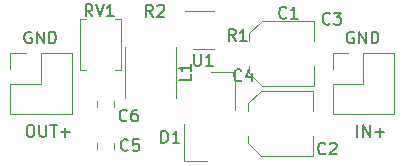
<source format=gbr>
G04 #@! TF.GenerationSoftware,KiCad,Pcbnew,(5.1.2)-2*
G04 #@! TF.CreationDate,2020-05-22T00:57:25-04:00*
G04 #@! TF.ProjectId,SWSupply,53575375-7070-46c7-992e-6b696361645f,rev?*
G04 #@! TF.SameCoordinates,Original*
G04 #@! TF.FileFunction,Legend,Top*
G04 #@! TF.FilePolarity,Positive*
%FSLAX46Y46*%
G04 Gerber Fmt 4.6, Leading zero omitted, Abs format (unit mm)*
G04 Created by KiCad (PCBNEW (5.1.2)-2) date 2020-05-22 00:57:25*
%MOMM*%
%LPD*%
G04 APERTURE LIST*
%ADD10C,0.150000*%
%ADD11C,0.120000*%
G04 APERTURE END LIST*
D10*
X180657142Y-121352380D02*
X180657142Y-120352380D01*
X181133333Y-121352380D02*
X181133333Y-120352380D01*
X181704761Y-121352380D01*
X181704761Y-120352380D01*
X182180952Y-120971428D02*
X182942857Y-120971428D01*
X182561904Y-121352380D02*
X182561904Y-120590476D01*
X180338095Y-112500000D02*
X180242857Y-112452380D01*
X180100000Y-112452380D01*
X179957142Y-112500000D01*
X179861904Y-112595238D01*
X179814285Y-112690476D01*
X179766666Y-112880952D01*
X179766666Y-113023809D01*
X179814285Y-113214285D01*
X179861904Y-113309523D01*
X179957142Y-113404761D01*
X180100000Y-113452380D01*
X180195238Y-113452380D01*
X180338095Y-113404761D01*
X180385714Y-113357142D01*
X180385714Y-113023809D01*
X180195238Y-113023809D01*
X180814285Y-113452380D02*
X180814285Y-112452380D01*
X181385714Y-113452380D01*
X181385714Y-112452380D01*
X181861904Y-113452380D02*
X181861904Y-112452380D01*
X182100000Y-112452380D01*
X182242857Y-112500000D01*
X182338095Y-112595238D01*
X182385714Y-112690476D01*
X182433333Y-112880952D01*
X182433333Y-113023809D01*
X182385714Y-113214285D01*
X182338095Y-113309523D01*
X182242857Y-113404761D01*
X182100000Y-113452380D01*
X181861904Y-113452380D01*
X153038095Y-112500000D02*
X152942857Y-112452380D01*
X152800000Y-112452380D01*
X152657142Y-112500000D01*
X152561904Y-112595238D01*
X152514285Y-112690476D01*
X152466666Y-112880952D01*
X152466666Y-113023809D01*
X152514285Y-113214285D01*
X152561904Y-113309523D01*
X152657142Y-113404761D01*
X152800000Y-113452380D01*
X152895238Y-113452380D01*
X153038095Y-113404761D01*
X153085714Y-113357142D01*
X153085714Y-113023809D01*
X152895238Y-113023809D01*
X153514285Y-113452380D02*
X153514285Y-112452380D01*
X154085714Y-113452380D01*
X154085714Y-112452380D01*
X154561904Y-113452380D02*
X154561904Y-112452380D01*
X154800000Y-112452380D01*
X154942857Y-112500000D01*
X155038095Y-112595238D01*
X155085714Y-112690476D01*
X155133333Y-112880952D01*
X155133333Y-113023809D01*
X155085714Y-113214285D01*
X155038095Y-113309523D01*
X154942857Y-113404761D01*
X154800000Y-113452380D01*
X154561904Y-113452380D01*
X152880952Y-120352380D02*
X153071428Y-120352380D01*
X153166666Y-120400000D01*
X153261904Y-120495238D01*
X153309523Y-120685714D01*
X153309523Y-121019047D01*
X153261904Y-121209523D01*
X153166666Y-121304761D01*
X153071428Y-121352380D01*
X152880952Y-121352380D01*
X152785714Y-121304761D01*
X152690476Y-121209523D01*
X152642857Y-121019047D01*
X152642857Y-120685714D01*
X152690476Y-120495238D01*
X152785714Y-120400000D01*
X152880952Y-120352380D01*
X153738095Y-120352380D02*
X153738095Y-121161904D01*
X153785714Y-121257142D01*
X153833333Y-121304761D01*
X153928571Y-121352380D01*
X154119047Y-121352380D01*
X154214285Y-121304761D01*
X154261904Y-121257142D01*
X154309523Y-121161904D01*
X154309523Y-120352380D01*
X154642857Y-120352380D02*
X155214285Y-120352380D01*
X154928571Y-121352380D02*
X154928571Y-120352380D01*
X155547619Y-120971428D02*
X156309523Y-120971428D01*
X155928571Y-121352380D02*
X155928571Y-120590476D01*
D11*
X165254000Y-113746000D02*
X165254000Y-118054000D01*
X160946000Y-118054000D02*
X160946000Y-113746000D01*
X157200000Y-111400000D02*
X157675000Y-111400000D01*
X160125000Y-111400000D02*
X160600000Y-111400000D01*
X160125000Y-115675000D02*
X160600000Y-115675000D01*
X157200000Y-115675000D02*
X157660000Y-115675000D01*
X160600000Y-115675000D02*
X160600000Y-111400000D01*
X157200000Y-115675000D02*
X157200000Y-111400000D01*
X165950000Y-120235000D02*
X165950000Y-123435000D01*
X167950000Y-123435000D02*
X165950000Y-123435000D01*
X168250000Y-115865000D02*
X170250000Y-115865000D01*
X170250000Y-119065000D02*
X170250000Y-115865000D01*
X168500000Y-110690000D02*
X166050000Y-110690000D01*
X166700000Y-113910000D02*
X168500000Y-113910000D01*
X151270000Y-114250000D02*
X152600000Y-114250000D01*
X151270000Y-115580000D02*
X151270000Y-114250000D01*
X153870000Y-114250000D02*
X156470000Y-114250000D01*
X153870000Y-116850000D02*
X153870000Y-114250000D01*
X151270000Y-116850000D02*
X153870000Y-116850000D01*
X156470000Y-114250000D02*
X156470000Y-119450000D01*
X151270000Y-116850000D02*
X151270000Y-119450000D01*
X151270000Y-119450000D02*
X156470000Y-119450000D01*
X178570000Y-114250000D02*
X179900000Y-114250000D01*
X178570000Y-115580000D02*
X178570000Y-114250000D01*
X181170000Y-114250000D02*
X183770000Y-114250000D01*
X181170000Y-116850000D02*
X181170000Y-114250000D01*
X178570000Y-116850000D02*
X181170000Y-116850000D01*
X183770000Y-114250000D02*
X183770000Y-119450000D01*
X178570000Y-116850000D02*
X178570000Y-119450000D01*
X178570000Y-119450000D02*
X183770000Y-119450000D01*
X160010000Y-118858578D02*
X160010000Y-118341422D01*
X158590000Y-118858578D02*
X158590000Y-118341422D01*
X158590000Y-121841422D02*
X158590000Y-122358578D01*
X160010000Y-121841422D02*
X160010000Y-122358578D01*
X171415001Y-121920564D02*
X172479438Y-122985001D01*
X171415001Y-118529438D02*
X172479438Y-117465001D01*
X171415001Y-118529438D02*
X171415001Y-119165001D01*
X171415001Y-121920564D02*
X171415001Y-121285001D01*
X172479438Y-122985001D02*
X176935001Y-122985001D01*
X172479438Y-117465001D02*
X176935001Y-117465001D01*
X176935001Y-117465001D02*
X176935001Y-119165001D01*
X176935001Y-122985001D02*
X176935001Y-121285001D01*
X171490000Y-115995563D02*
X172554437Y-117060000D01*
X171490000Y-112604437D02*
X172554437Y-111540000D01*
X171490000Y-112604437D02*
X171490000Y-113240000D01*
X171490000Y-115995563D02*
X171490000Y-115360000D01*
X172554437Y-117060000D02*
X177010000Y-117060000D01*
X172554437Y-111540000D02*
X177010000Y-111540000D01*
X177010000Y-111540000D02*
X177010000Y-113240000D01*
X177010000Y-117060000D02*
X177010000Y-115360000D01*
D10*
X166552380Y-116066666D02*
X166552380Y-116542857D01*
X165552380Y-116542857D01*
X166552380Y-115209523D02*
X166552380Y-115780952D01*
X166552380Y-115495238D02*
X165552380Y-115495238D01*
X165695238Y-115590476D01*
X165790476Y-115685714D01*
X165838095Y-115780952D01*
X158204761Y-111152380D02*
X157871428Y-110676190D01*
X157633333Y-111152380D02*
X157633333Y-110152380D01*
X158014285Y-110152380D01*
X158109523Y-110200000D01*
X158157142Y-110247619D01*
X158204761Y-110342857D01*
X158204761Y-110485714D01*
X158157142Y-110580952D01*
X158109523Y-110628571D01*
X158014285Y-110676190D01*
X157633333Y-110676190D01*
X158490476Y-110152380D02*
X158823809Y-111152380D01*
X159157142Y-110152380D01*
X160014285Y-111152380D02*
X159442857Y-111152380D01*
X159728571Y-111152380D02*
X159728571Y-110152380D01*
X159633333Y-110295238D01*
X159538095Y-110390476D01*
X159442857Y-110438095D01*
X164061904Y-121852380D02*
X164061904Y-120852380D01*
X164300000Y-120852380D01*
X164442857Y-120900000D01*
X164538095Y-120995238D01*
X164585714Y-121090476D01*
X164633333Y-121280952D01*
X164633333Y-121423809D01*
X164585714Y-121614285D01*
X164538095Y-121709523D01*
X164442857Y-121804761D01*
X164300000Y-121852380D01*
X164061904Y-121852380D01*
X165585714Y-121852380D02*
X165014285Y-121852380D01*
X165300000Y-121852380D02*
X165300000Y-120852380D01*
X165204761Y-120995238D01*
X165109523Y-121090476D01*
X165014285Y-121138095D01*
X166838095Y-114352380D02*
X166838095Y-115161904D01*
X166885714Y-115257142D01*
X166933333Y-115304761D01*
X167028571Y-115352380D01*
X167219047Y-115352380D01*
X167314285Y-115304761D01*
X167361904Y-115257142D01*
X167409523Y-115161904D01*
X167409523Y-114352380D01*
X168409523Y-115352380D02*
X167838095Y-115352380D01*
X168123809Y-115352380D02*
X168123809Y-114352380D01*
X168028571Y-114495238D01*
X167933333Y-114590476D01*
X167838095Y-114638095D01*
X163333333Y-111182380D02*
X163000000Y-110706190D01*
X162761904Y-111182380D02*
X162761904Y-110182380D01*
X163142857Y-110182380D01*
X163238095Y-110230000D01*
X163285714Y-110277619D01*
X163333333Y-110372857D01*
X163333333Y-110515714D01*
X163285714Y-110610952D01*
X163238095Y-110658571D01*
X163142857Y-110706190D01*
X162761904Y-110706190D01*
X163714285Y-110277619D02*
X163761904Y-110230000D01*
X163857142Y-110182380D01*
X164095238Y-110182380D01*
X164190476Y-110230000D01*
X164238095Y-110277619D01*
X164285714Y-110372857D01*
X164285714Y-110468095D01*
X164238095Y-110610952D01*
X163666666Y-111182380D01*
X164285714Y-111182380D01*
X170333333Y-113252380D02*
X170000000Y-112776190D01*
X169761904Y-113252380D02*
X169761904Y-112252380D01*
X170142857Y-112252380D01*
X170238095Y-112300000D01*
X170285714Y-112347619D01*
X170333333Y-112442857D01*
X170333333Y-112585714D01*
X170285714Y-112680952D01*
X170238095Y-112728571D01*
X170142857Y-112776190D01*
X169761904Y-112776190D01*
X171285714Y-113252380D02*
X170714285Y-113252380D01*
X171000000Y-113252380D02*
X171000000Y-112252380D01*
X170904761Y-112395238D01*
X170809523Y-112490476D01*
X170714285Y-112538095D01*
X161133333Y-119957142D02*
X161085714Y-120004761D01*
X160942857Y-120052380D01*
X160847619Y-120052380D01*
X160704761Y-120004761D01*
X160609523Y-119909523D01*
X160561904Y-119814285D01*
X160514285Y-119623809D01*
X160514285Y-119480952D01*
X160561904Y-119290476D01*
X160609523Y-119195238D01*
X160704761Y-119100000D01*
X160847619Y-119052380D01*
X160942857Y-119052380D01*
X161085714Y-119100000D01*
X161133333Y-119147619D01*
X161990476Y-119052380D02*
X161800000Y-119052380D01*
X161704761Y-119100000D01*
X161657142Y-119147619D01*
X161561904Y-119290476D01*
X161514285Y-119480952D01*
X161514285Y-119861904D01*
X161561904Y-119957142D01*
X161609523Y-120004761D01*
X161704761Y-120052380D01*
X161895238Y-120052380D01*
X161990476Y-120004761D01*
X162038095Y-119957142D01*
X162085714Y-119861904D01*
X162085714Y-119623809D01*
X162038095Y-119528571D01*
X161990476Y-119480952D01*
X161895238Y-119433333D01*
X161704761Y-119433333D01*
X161609523Y-119480952D01*
X161561904Y-119528571D01*
X161514285Y-119623809D01*
X161233333Y-122457142D02*
X161185714Y-122504761D01*
X161042857Y-122552380D01*
X160947619Y-122552380D01*
X160804761Y-122504761D01*
X160709523Y-122409523D01*
X160661904Y-122314285D01*
X160614285Y-122123809D01*
X160614285Y-121980952D01*
X160661904Y-121790476D01*
X160709523Y-121695238D01*
X160804761Y-121600000D01*
X160947619Y-121552380D01*
X161042857Y-121552380D01*
X161185714Y-121600000D01*
X161233333Y-121647619D01*
X162138095Y-121552380D02*
X161661904Y-121552380D01*
X161614285Y-122028571D01*
X161661904Y-121980952D01*
X161757142Y-121933333D01*
X161995238Y-121933333D01*
X162090476Y-121980952D01*
X162138095Y-122028571D01*
X162185714Y-122123809D01*
X162185714Y-122361904D01*
X162138095Y-122457142D01*
X162090476Y-122504761D01*
X161995238Y-122552380D01*
X161757142Y-122552380D01*
X161661904Y-122504761D01*
X161614285Y-122457142D01*
X170833333Y-116557142D02*
X170785714Y-116604761D01*
X170642857Y-116652380D01*
X170547619Y-116652380D01*
X170404761Y-116604761D01*
X170309523Y-116509523D01*
X170261904Y-116414285D01*
X170214285Y-116223809D01*
X170214285Y-116080952D01*
X170261904Y-115890476D01*
X170309523Y-115795238D01*
X170404761Y-115700000D01*
X170547619Y-115652380D01*
X170642857Y-115652380D01*
X170785714Y-115700000D01*
X170833333Y-115747619D01*
X171690476Y-115985714D02*
X171690476Y-116652380D01*
X171452380Y-115604761D02*
X171214285Y-116319047D01*
X171833333Y-116319047D01*
X178333333Y-111757142D02*
X178285714Y-111804761D01*
X178142857Y-111852380D01*
X178047619Y-111852380D01*
X177904761Y-111804761D01*
X177809523Y-111709523D01*
X177761904Y-111614285D01*
X177714285Y-111423809D01*
X177714285Y-111280952D01*
X177761904Y-111090476D01*
X177809523Y-110995238D01*
X177904761Y-110900000D01*
X178047619Y-110852380D01*
X178142857Y-110852380D01*
X178285714Y-110900000D01*
X178333333Y-110947619D01*
X178666666Y-110852380D02*
X179285714Y-110852380D01*
X178952380Y-111233333D01*
X179095238Y-111233333D01*
X179190476Y-111280952D01*
X179238095Y-111328571D01*
X179285714Y-111423809D01*
X179285714Y-111661904D01*
X179238095Y-111757142D01*
X179190476Y-111804761D01*
X179095238Y-111852380D01*
X178809523Y-111852380D01*
X178714285Y-111804761D01*
X178666666Y-111757142D01*
X177933333Y-122757142D02*
X177885714Y-122804761D01*
X177742857Y-122852380D01*
X177647619Y-122852380D01*
X177504761Y-122804761D01*
X177409523Y-122709523D01*
X177361904Y-122614285D01*
X177314285Y-122423809D01*
X177314285Y-122280952D01*
X177361904Y-122090476D01*
X177409523Y-121995238D01*
X177504761Y-121900000D01*
X177647619Y-121852380D01*
X177742857Y-121852380D01*
X177885714Y-121900000D01*
X177933333Y-121947619D01*
X178314285Y-121947619D02*
X178361904Y-121900000D01*
X178457142Y-121852380D01*
X178695238Y-121852380D01*
X178790476Y-121900000D01*
X178838095Y-121947619D01*
X178885714Y-122042857D01*
X178885714Y-122138095D01*
X178838095Y-122280952D01*
X178266666Y-122852380D01*
X178885714Y-122852380D01*
X174633333Y-111257142D02*
X174585714Y-111304761D01*
X174442857Y-111352380D01*
X174347619Y-111352380D01*
X174204761Y-111304761D01*
X174109523Y-111209523D01*
X174061904Y-111114285D01*
X174014285Y-110923809D01*
X174014285Y-110780952D01*
X174061904Y-110590476D01*
X174109523Y-110495238D01*
X174204761Y-110400000D01*
X174347619Y-110352380D01*
X174442857Y-110352380D01*
X174585714Y-110400000D01*
X174633333Y-110447619D01*
X175585714Y-111352380D02*
X175014285Y-111352380D01*
X175300000Y-111352380D02*
X175300000Y-110352380D01*
X175204761Y-110495238D01*
X175109523Y-110590476D01*
X175014285Y-110638095D01*
M02*

</source>
